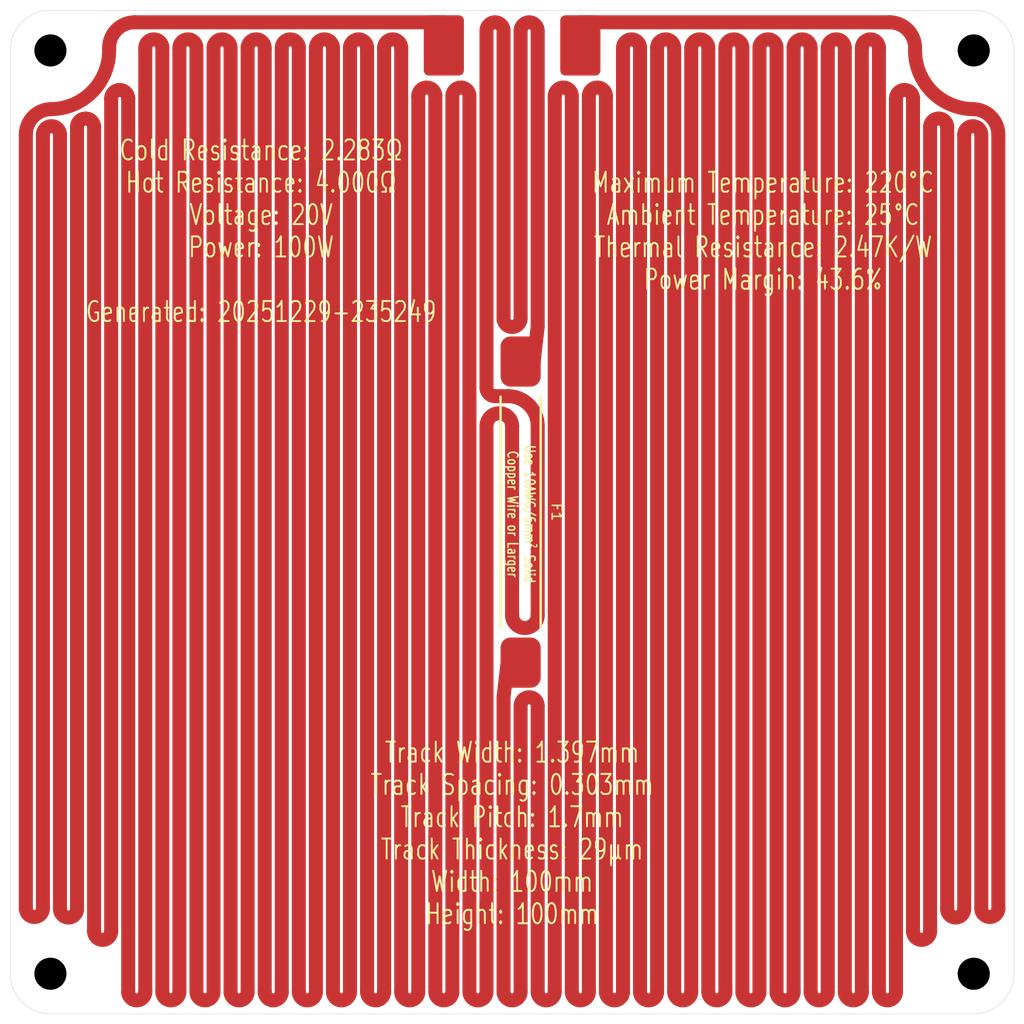
<source format=kicad_pcb>
(kicad_pcb (version 20241229) (generator "pcbnew") (generator_version "9.0")
  (layers (0 "F.Cu" signal) (2 "B.Cu" signal) (13 "F.Paste" user) (15 "B.Paste" user) (5 "F.SilkS" user "F.Silkscreen") (7 "B.SilkS" user "B.Silkscreen") (1 "F.Mask" user) (3 "B.Mask" user) (25 "Edge.Cuts" user))
  (net 0 "")
  (net 1 "Net-(J2-Pin_1)")
  (net 2 "Net-(J1-Pin_1)")
  (footprint "blg:MountingHole_3.2mm_M3_NoPad_TopLarge" (layer "F.Cu") (at 151 59)
    (property "Reference" "REF**" (hide yes))
    (property "Value" "MountingHole_3.2mm_M3_NoPad_TopLarge" (hide yes))
    (pad "" np_thru_hole circle (at 0 0) (size 7.6 7.6) (drill 3.2) (layers))
  )
  (footprint "blg:SMD_PowerConnection_4x6mm" (layer "F.Cu") (at 111.799999 58.5 -90)
    (property "Reference" "J2" (hide yes))
    (property "Value" "Hotplate_Power_Connection" (hide yes))
    (pad "1" smd roundrect (at 0 0 270) (size 6 4) (layers "F.Cu" "F.Mask" "F.Paste") (roundrect_rratio 0.125) (net 1 "Net-(J2-Pin_1)"))
  )
  (footprint "blg:MountingHole_3.2mm_M3_NoPad_TopLarge" (layer "F.Cu") (at 59 151)
    (property "Reference" "REF**" (hide yes))
    (property "Value" "MountingHole_3.2mm_M3_NoPad_TopLarge" (hide yes))
    (pad "" np_thru_hole circle (at 0 0) (size 7.6 7.6) (drill 3.2) (layers))
  )
  (footprint "blg:MountingHole_3.2mm_M3_NoPad_TopLarge" (layer "F.Cu") (at 151 151)
    (property "Reference" "REF**" (hide yes))
    (property "Value" "MountingHole_3.2mm_M3_NoPad_TopLarge" (hide yes))
    (pad "" np_thru_hole circle (at 0 0) (size 7.6 7.6) (drill 3.2) (layers))
  )
  (footprint "blg:SMD_PowerConnection_4x6mm" (layer "F.Cu") (at 98.2 58.5 -90)
    (property "Reference" "J1" (hide yes))
    (property "Value" "Hotplate_Power_Connection" (hide yes))
    (pad "1" smd roundrect (at 0 0 270) (size 6 4) (layers "F.Cu" "F.Mask" "F.Paste") (roundrect_rratio 0.125) (net 2 "Net-(J1-Pin_1)"))
  )
  (footprint "blg:Thermal Fuse, SN100C, Front, 35mm" (layer "F.Cu") (at 105.85 105 -90)
    (property "Reference" "F1" (at 0 -3.6 270) (layer "F.SilkS"))
    (property "Value" "~")
    (fp_line (start -11.5 2) (end 11.5 2) (stroke (width 0.25)) (layer "F.SilkS"))
    (fp_line (start -11.5 -2) (end 11.5 -2) (stroke (width 0.25)) (layer "F.SilkS"))
    (fp_text user "Use 10AWG/6mm  Solid" (at 0.2 -0.9 270) (layer "F.SilkS") (effects (font (size 1 0.75))))
    (fp_text user "2" (at 3.35 -1.3 270) (layer "F.SilkS") (effects (font (size 0.6 0.4) (thickness 0.1))))
    (fp_text user "Copper Wire or Larger" (at 0.2 0.8 270) (layer "F.SilkS") (effects (font (size 1 0.75))))
    (pad "1" smd roundrect (at -15 0 270) (size 5 4) (layers "F.Cu" "F.Mask") (net 2 "Net-(J1-Pin_1)"))
    (pad "2" smd roundrect (at 15 0 270) (size 5 4) (layers "F.Cu" "F.Mask") (net 1 "Net-(J2-Pin_1)"))
  )
  (footprint "blg:MountingHole_3.2mm_M3_NoPad_TopLarge" (layer "F.Cu") (at 59 59)
    (property "Reference" "REF**" (hide yes))
    (property "Value" "MountingHole_3.2mm_M3_NoPad_TopLarge" (hide yes))
    (pad "" np_thru_hole circle (at 0 0) (size 7.6 7.6) (drill 3.2) (layers))
  )
  (gr_arc (start 55 59) (mid 56.171573 56.171573) (end 59 55) (stroke (width 0.05)) (layer "Edge.Cuts"))
  (gr_line (start 155 59) (end 155 151) (stroke (width 0.05)) (layer "Edge.Cuts"))
  (gr_arc (start 59 155) (mid 56.171573 153.828427) (end 55 151) (stroke (width 0.05)) (layer "Edge.Cuts"))
  (gr_line (start 59 155) (end 151 155) (stroke (width 0.05)) (layer "Edge.Cuts"))
  (gr_line (start 55 59) (end 55 151) (stroke (width 0.05)) (layer "Edge.Cuts"))
  (gr_arc (start 155 151) (mid 153.828427 153.828427) (end 151 155) (stroke (width 0.05)) (layer "Edge.Cuts"))
  (gr_arc (start 151 55) (mid 153.828427 56.171573) (end 155 59) (stroke (width 0.05)) (layer "Edge.Cuts"))
  (gr_line (start 59 55) (end 151 55) (stroke (width 0.05)) (layer "Edge.Cuts"))
  (gr_text "Track Width: 1.397mm\nTrack Spacing: 0.303mm\nTrack Pitch: 1.7mm\nTrack Thickness: 29µm\nWidth: 100mm\nHeight: 100mm" (at 105 137 0) (layer "F.SilkS") (effects (font (size 2 1.5) (thickness 0.1875))))
  (gr_text "Maximum Temperature: 220°C\nAmbient Temperature: 25°C\nThermal Resistance: 2.47K/W\nPower Margin: 43.6%" (at 130 77 0) (layer "F.SilkS") (effects (font (size 2 1.5) (thickness 0.1875))))
  (gr_text "Cold Resistance: 2.283Ω\nHot Resistance: 4.000Ω\nVoltage: 20V\nPower: 100W\n\nGenerated: 20251229-235249" (at 80 77 0) (layer "F.SilkS") (effects (font (size 2 1.5) (thickness 0.1875))))
  (segment (start 116.05 152.799999) (end 116.05 58.748499) (width 1.397) (layer "F.Cu") (net 1))
  (segment (start 104.149999 123.4485) (end 104.149999 152.799999) (width 1.397) (layer "F.Cu") (net 1))
  (segment (start 151.75 67.399404) (end 151.75 144.493849) (width 1.397) (layer "F.Cu") (net 1))
  (segment (start 153.45 144.493849) (end 153.45 67.399404) (width 1.397) (layer "F.Cu") (net 1))
  (segment (start 148.35 66.636098) (end 148.35 144.546318) (width 1.397) (layer "F.Cu") (net 1))
  (segment (start 110.949999 63.5485) (end 110.949999 152.799999) (width 1.397) (layer "F.Cu") (net 1))
  (segment (start 105.85 152.799999) (end 105.85 124.298499) (width 1.397) (layer "F.Cu") (net 1))
  (segment (start 139.85 152.799999) (end 139.85 58.748499) (width 1.397) (layer "F.Cu") (net 1))
  (segment (start 133.05 152.799999) (end 133.05 58.748499) (width 1.397) (layer "F.Cu") (net 1))
  (segment (start 136.45 152.799999) (end 136.45 58.748499) (width 1.397) (layer "F.Cu") (net 1))
  (segment (start 131.35 58.748499) (end 131.35 152.799999) (width 1.397) (layer "F.Cu") (net 1))
  (segment (start 107.55 124.298499) (end 107.55 152.799999) (width 1.397) (layer "F.Cu") (net 1))
  (segment (start 117.75 58.748499) (end 117.75 152.799999) (width 1.397) (layer "F.Cu") (net 1))
  (segment (start 119.45 152.799999) (end 119.45 58.748499) (width 1.397) (layer "F.Cu") (net 1))
  (segment (start 138.15 58.748499) (end 138.15 152.799999) (width 1.397) (layer "F.Cu") (net 1))
  (segment (start 124.55 58.748499) (end 124.55 152.799999) (width 1.397) (layer "F.Cu") (net 1))
  (segment (start 129.649999 152.799999) (end 129.649999 58.748499) (width 1.397) (layer "F.Cu") (net 1))
  (segment (start 127.949999 58.748499) (end 127.949999 152.799999) (width 1.397) (layer "F.Cu") (net 1))
  (segment (start 146.65 146.775073) (end 146.65 66.636098) (width 1.397) (layer "F.Cu") (net 1))
  (segment (start 122.85 152.799999) (end 122.85 58.748499) (width 1.397) (layer "F.Cu") (net 1))
  (segment (start 143.25 152.799999) (end 143.25 63.790615) (width 1.397) (layer "F.Cu") (net 1))
  (segment (start 126.25 152.799999) (end 126.25 58.748499) (width 1.397) (layer "F.Cu") (net 1))
  (segment (start 112.65 152.799999) (end 112.65 63.5485) (width 1.397) (layer "F.Cu") (net 1))
  (segment (start 141.549999 58.748499) (end 141.549999 152.799999) (width 1.397) (layer "F.Cu") (net 1))
  (segment (start 121.149999 58.748499) (end 121.149999 152.799999) (width 1.397) (layer "F.Cu") (net 1))
  (segment (start 104.5485 120) (end 105.85 120) (width 1.397) (layer "F.Cu") (net 1))
  (segment (start 134.749999 58.748499) (end 134.749999 152.799999) (width 1.397) (layer "F.Cu") (net 1))
  (segment (start 111.799999 56.198499) (end 111.799999 58.5) (width 1.397) (layer "F.Cu") (net 1))
  (segment (start 150.049999 144.546318) (end 150.049999 67.399404) (width 1.397) (layer "F.Cu") (net 1))
  (segment (start 114.35 63.5485) (end 114.35 152.799999) (width 1.397) (layer "F.Cu") (net 1))
  (segment (start 104.149999 123.4485) (end 104.5485 120) (width 1.397) (layer "F.Cu") (net 1))
  (segment (start 144.95 63.790615) (end 144.95 146.775073) (width 1.397) (layer "F.Cu") (net 1))
  (segment (start 109.25 152.799999) (end 109.25 63.5485) (width 1.397) (layer "F.Cu") (net 1))
  (segment (start 142.603765 56.198499) (end 111.799999 56.198499) (width 1.397) (layer "F.Cu") (net 1))
  (arc (start 122.85 58.748499) (mid 123.699999 57.8985) (end 124.55 58.748499) (width 1.397) (layer "F.Cu") (net 1))
  (arc (start 143.25 63.790615) (mid 144.1 62.940615) (end 144.95 63.790615) (width 1.397) (layer "F.Cu") (net 1))
  (arc (start 119.45 58.748499) (mid 120.3 57.8985) (end 121.149999 58.748499) (width 1.397) (layer "F.Cu") (net 1))
  (arc (start 126.25 58.748499) (mid 127.1 57.8985) (end 127.949999 58.748499) (width 1.397) (layer "F.Cu") (net 1))
  (arc (start 114.35 152.799999) (mid 115.2 153.649999) (end 116.05 152.799999) (width 1.397) (layer "F.Cu") (net 1))
  (arc (start 124.55 152.799999) (mid 125.399999 153.649999) (end 126.25 152.799999) (width 1.397) (layer "F.Cu") (net 1))
  (arc (start 138.15 152.799999) (mid 138.999999 153.649999) (end 139.85 152.799999) (width 1.397) (layer "F.Cu") (net 1))
  (arc (start 139.85 58.748499) (mid 140.7 57.8985) (end 141.549999 58.748499) (width 1.397) (layer "F.Cu") (net 1))
  (arc (start 144.95 146.775073) (mid 145.799999 147.625073) (end 146.65 146.775073) (width 1.397) (layer "F.Cu") (net 1))
  (arc (start 133.05 58.748499) (mid 133.899999 57.8985) (end 134.749999 58.748499) (width 1.397) (layer "F.Cu") (net 1))
  (arc (start 136.45 58.748499) (mid 137.3 57.8985) (end 138.15 58.748499) (width 1.397) (layer "F.Cu") (net 1))
  (arc (start 142.603765 56.198499) (mid 144.433682 56.972576) (end 145.152622 58.824848) (width 1.397) (layer "F.Cu") (net 1))
  (arc (start 109.25 63.5485) (mid 110.1 62.6985) (end 110.949999 63.5485) (width 1.397) (layer "F.Cu") (net 1))
  (arc (start 127.949999 152.799999) (mid 128.8 153.649999) (end 129.649999 152.799999) (width 1.397) (layer "F.Cu") (net 1))
  (arc (start 134.749999 152.799999) (mid 135.6 153.649999) (end 136.45 152.799999) (width 1.397) (layer "F.Cu") (net 1))
  (arc (start 146.65 66.636098) (mid 147.5 65.786098) (end 148.35 66.636098) (width 1.397) (layer "F.Cu") (net 1))
  (arc (start 129.649999 58.748499) (mid 130.5 57.8985) (end 131.35 58.748499) (width 1.397) (layer "F.Cu") (net 1))
  (arc (start 117.75 152.799999) (mid 118.6 153.649999) (end 119.45 152.799999) (width 1.397) (layer "F.Cu") (net 1))
  (arc (start 112.65 63.5485) (mid 113.499999 62.6985) (end 114.35 63.5485) (width 1.397) (layer "F.Cu") (net 1))
  (arc (start 110.949999 152.799999) (mid 111.8 153.649999) (end 112.65 152.799999) (width 1.397) (layer "F.Cu") (net 1))
  (arc (start 105.85 124.298499) (mid 106.699999 123.4485) (end 107.55 124.298499) (width 1.397) (layer "F.Cu") (net 1))
  (arc (start 121.149999 152.799999) (mid 122 153.649999) (end 122.85 152.799999) (width 1.397) (layer "F.Cu") (net 1))
  (arc (start 148.35 144.546318) (mid 149.2 145.396318) (end 150.049999 144.546318) (width 1.397) (layer "F.Cu") (net 1))
  (arc (start 107.55 152.799999) (mid 108.399999 153.649999) (end 109.249999 152.799999) (width 1.397) (layer "F.Cu") (net 1))
  (arc (start 141.549999 152.799999) (mid 142.4 153.649999) (end 143.25 152.799999) (width 1.397) (layer "F.Cu") (net 1))
  (arc (start 116.05 58.748499) (mid 116.899999 57.8985) (end 117.75 58.748499) (width 1.397) (layer "F.Cu") (net 1))
  (arc (start 104.149999 152.799999) (mid 105 153.649999) (end 105.85 152.799999) (width 1.397) (layer "F.Cu") (net 1))
  (arc (start 150.049999 67.399404) (mid 150.9 66.549404) (end 151.75 67.399404) (width 1.397) (layer "F.Cu") (net 1))
  (arc (start 153.45 67.399404) (mid 152.737249 65.631068) (end 150.930357 64.849585) (width 1.397) (layer "F.Cu") (net 1))
  (arc (start 151.75 144.493849) (mid 152.6 145.343849) (end 153.45 144.493849) (width 1.397) (layer "F.Cu") (net 1))
  (arc (start 150.930357 64.849585) (mid 146.777779 63.049117) (end 145.152622 58.824848) (width 1.397) (layer "F.Cu") (net 1))
  (arc (start 131.35 152.799999) (mid 132.199999 153.649999) (end 133.05 152.799999) (width 1.397) (layer "F.Cu") (net 1))
  (segment (start 97.35 152.799999) (end 97.35 63.5485) (width 1.397) (layer "F.Cu") (net 2))
  (segment (start 67.396234 56.198499) (end 98.199999 56.198499) (width 1.397) (layer "F.Cu") (net 2))
  (segment (start 76.949999 152.799999) (end 76.949999 58.748499) (width 1.397) (layer "F.Cu") (net 2))
  (segment (start 78.649999 58.748499) (end 78.649999 152.799999) (width 1.397) (layer "F.Cu") (net 2))
  (segment (start 88.85 58.748499) (end 88.85 152.799999) (width 1.397) (layer "F.Cu") (net 2))
  (segment (start 104.149999 85.7015) (end 104.149999 57.0485) (width 1.397) (layer "F.Cu") (net 2))
  (segment (start 80.35 152.799999) (end 80.35 58.748499) (width 1.397) (layer "F.Cu") (net 2))
  (segment (start 71.85 58.748499) (end 71.85 152.799999) (width 1.397) (layer "F.Cu") (net 2))
  (segment (start 107.1515 90) (end 105.85 90) (width 1.397) (layer "F.Cu") (net 2))
  (segment (start 107.55 86.5515) (end 107.55 57.0485) (width 1.397) (layer "F.Cu") (net 2))
  (segment (start 87.149999 152.799999) (end 87.149999 58.748499) (width 1.397) (layer "F.Cu") (net 2))
  (segment (start 107.55 86.5515) (end 107.1515 90) (width 1.397) (layer "F.Cu") (net 2))
  (segment (start 59.949999 144.546318) (end 59.949999 67.399404) (width 1.397) (layer "F.Cu") (net 2))
  (segment (start 92.25 58.748499) (end 92.25 152.799999) (width 1.397) (layer "F.Cu") (net 2))
  (segment (start 100.749999 152.799999) (end 100.749999 63.5485) (width 1.397) (layer "F.Cu") (net 2))
  (segment (start 99.05 63.5485) (end 99.05 152.799999) (width 1.397) (layer "F.Cu") (net 2))
  (segment (start 103.299999 93.4485) (end 104.575 93.4485) (width 1.397) (layer "F.Cu") (net 2))
  (segment (start 66.75 152.799999) (end 66.75 63.790615) (width 1.397) (layer "F.Cu") (net 2))
  (segment (start 102.45 96.423499) (end 102.45 152.799999) (width 1.397) (layer "F.Cu") (net 2))
  (segment (start 85.45 58.748499) (end 85.45 152.799999) (width 1.397) (layer "F.Cu") (net 2))
  (segment (start 93.949999 152.799999) (end 93.949999 58.748499) (width 1.397) (layer "F.Cu") (net 2))
  (segment (start 95.65 63.5485) (end 95.65 152.799999) (width 1.397) (layer "F.Cu") (net 2))
  (segment (start 68.45 58.748499) (end 68.45 152.799999) (width 1.397) (layer "F.Cu") (net 2))
  (segment (start 82.05 58.748499) (end 82.05 152.799999) (width 1.397) (layer "F.Cu") (net 2))
  (segment (start 56.55 144.493849) (end 56.55 67.399404) (width 1.397) (layer "F.Cu") (net 2))
  (segment (start 73.55 152.799999) (end 73.55 58.748499) (width 1.397) (layer "F.Cu") (net 2))
  (segment (start 102.45 57.0485) (end 102.45 92.598499) (width 1.397) (layer "F.Cu") (net 2))
  (segment (start 70.149999 152.799999) (end 70.149999 58.748499) (width 1.397) (layer "F.Cu") (net 2))
  (segment (start 61.65 66.636098) (end 61.65 144.546318) (width 1.397) (layer "F.Cu") (net 2))
  (segment (start 105.85 57.0485) (end 105.85 85.7015) (width 1.397) (layer "F.Cu") (net 2))
  (segment (start 63.35 146.775073) (end 63.35 66.636098) (width 1.397) (layer "F.Cu") (net 2))
  (segment (start 65.05 63.790615) (end 65.05 146.775073) (width 1.397) (layer "F.Cu") (net 2))
  (segment (start 83.749999 152.799999) (end 83.749999 58.748499) (width 1.397) (layer "F.Cu") (net 2))
  (segment (start 58.249999 67.399404) (end 58.249999 144.493849) (width 1.397) (layer "F.Cu") (net 2))
  (segment (start 90.55 152.799999) (end 90.55 58.748499) (width 1.397) (layer "F.Cu") (net 2))
  (segment (start 107.55 96.423499) (end 107.55 115.276499) (width 1.397) (layer "F.Cu") (net 2))
  (segment (start 98.199999 56.198499) (end 98.199999 58.5) (width 1.397) (layer "F.Cu") (net 2))
  (segment (start 75.25 58.748499) (end 75.25 152.799999) (width 1.397) (layer "F.Cu") (net 2))
  (segment (start 105 115.276499) (end 105 96.423499) (width 1.397) (layer "F.Cu") (net 2))
  (arc (start 103.299999 93.4485) (mid 102.698959 93.19954) (end 102.45 92.598499) (width 1.397) (layer "F.Cu") (net 2))
  (arc (start 71.85 152.799999) (mid 71 153.649999) (end 70.149999 152.799999) (width 1.397) (layer "F.Cu") (net 2))
  (arc (start 90.55 58.748499) (mid 89.7 57.8985) (end 88.85 58.748499) (width 1.397) (layer "F.Cu") (net 2))
  (arc (start 67.396234 56.198499) (mid 65.566317 56.972576) (end 64.847377 58.824848) (width 1.397) (layer "F.Cu") (net 2))
  (arc (start 97.35 63.5485) (mid 96.5 62.6985) (end 95.65 63.5485) (width 1.397) (layer "F.Cu") (net 2))
  (arc (start 78.649999 152.799999) (mid 77.8 153.649999) (end 76.949999 152.799999) (width 1.397) (layer "F.Cu") (net 2))
  (arc (start 87.149999 58.748499) (mid 86.3 57.8985) (end 85.45 58.748499) (width 1.397) (layer "F.Cu") (net 2))
  (arc (start 107.55 115.276499) (mid 106.274999 116.551499) (end 105 115.276499) (width 1.397) (layer "F.Cu") (net 2))
  (arc (start 75.25 152.799999) (mid 74.399999 153.649999) (end 73.55 152.799999) (width 1.397) (layer "F.Cu") (net 2))
  (arc (start 70.149999 58.748499) (mid 69.3 57.8985) (end 68.45 58.748499) (width 1.397) (layer "F.Cu") (net 2))
  (arc (start 58.249999 144.493849) (mid 57.4 145.343849) (end 56.55 144.493849) (width 1.397) (layer "F.Cu") (net 2))
  (arc (start 105 96.423499) (mid 103.725 95.1485) (end 102.45 96.423499) (width 1.397) (layer "F.Cu") (net 2))
  (arc (start 56.55 67.399404) (mid 57.26275 65.631068) (end 59.069642 64.849585) (width 1.397) (layer "F.Cu") (net 2))
  (arc (start 80.35 58.748499) (mid 79.5 57.8985) (end 78.649999 58.748499) (width 1.397) (layer "F.Cu") (net 2))
  (arc (start 99.05 152.799999) (mid 98.199999 153.649999) (end 97.35 152.799999) (width 1.397) (layer "F.Cu") (net 2))
  (arc (start 82.05 152.799999) (mid 81.199999 153.649999) (end 80.35 152.799999) (width 1.397) (layer "F.Cu") (net 2))
  (arc (start 66.75 63.790615) (mid 65.9 62.940615) (end 65.05 63.790615) (width 1.397) (layer "F.Cu") (net 2))
  (arc (start 93.949999 58.748499) (mid 93.1 57.8985) (end 92.25 58.748499) (width 1.397) (layer "F.Cu") (net 2))
  (arc (start 83.749999 58.748499) (mid 82.9 57.8985) (end 82.05 58.748499) (width 1.397) (layer "F.Cu") (net 2))
  (arc (start 85.45 152.799999) (mid 84.6 153.649999) (end 83.749999 152.799999) (width 1.397) (layer "F.Cu") (net 2))
  (arc (start 73.55 58.748499) (mid 72.7 57.8985) (end 71.85 58.748499) (width 1.397) (layer "F.Cu") (net 2))
  (arc (start 65.05 146.775073) (mid 64.199999 147.625073) (end 63.35 146.775073) (width 1.397) (layer "F.Cu") (net 2))
  (arc (start 59.069642 64.849585) (mid 63.22222 63.049117) (end 64.847377 58.824848) (width 1.397) (layer "F.Cu") (net 2))
  (arc (start 92.25 152.799999) (mid 91.399999 153.649999) (end 90.55 152.799999) (width 1.397) (layer "F.Cu") (net 2))
  (arc (start 68.45 152.799999) (mid 67.6 153.649999) (end 66.75 152.799999) (width 1.397) (layer "F.Cu") (net 2))
  (arc (start 107.55 57.0485) (mid 106.699999 56.198499) (end 105.85 57.0485) (width 1.397) (layer "F.Cu") (net 2))
  (arc (start 76.949999 58.748499) (mid 76.1 57.8985) (end 75.25 58.748499) (width 1.397) (layer "F.Cu") (net 2))
  (arc (start 95.65 152.799999) (mid 94.8 153.649999) (end 93.949999 152.799999) (width 1.397) (layer "F.Cu") (net 2))
  (arc (start 105.85 85.7015) (mid 105 86.551499) (end 104.149999 85.7015) (width 1.397) (layer "F.Cu") (net 2))
  (arc (start 63.35 66.636098) (mid 62.5 65.786098) (end 61.65 66.636098) (width 1.397) (layer "F.Cu") (net 2))
  (arc (start 88.85 152.799999) (mid 88 153.649999) (end 87.149999 152.799999) (width 1.397) (layer "F.Cu") (net 2))
  (arc (start 104.575 93.4485) (mid 106.678642 94.319857) (end 107.55 96.423499) (width 1.397) (layer "F.Cu") (net 2))
  (arc (start 104.149999 57.0485) (mid 103.299999 56.198499) (end 102.45 57.0485) (width 1.397) (layer "F.Cu") (net 2))
  (arc (start 102.45 152.799999) (mid 101.6 153.649999) (end 100.749999 152.799999) (width 1.397) (layer "F.Cu") (net 2))
  (arc (start 61.65 144.546318) (mid 60.8 145.396318) (end 59.949999 144.546318) (width 1.397) (layer "F.Cu") (net 2))
  (arc (start 100.749999 63.5485) (mid 99.899999 62.6985) (end 99.05 63.5485) (width 1.397) (layer "F.Cu") (net 2))
  (arc (start 59.949999 67.399404) (mid 59.1 66.549404) (end 58.249999 67.399404) (width 1.397) (layer "F.Cu") (net 2))
)
</source>
